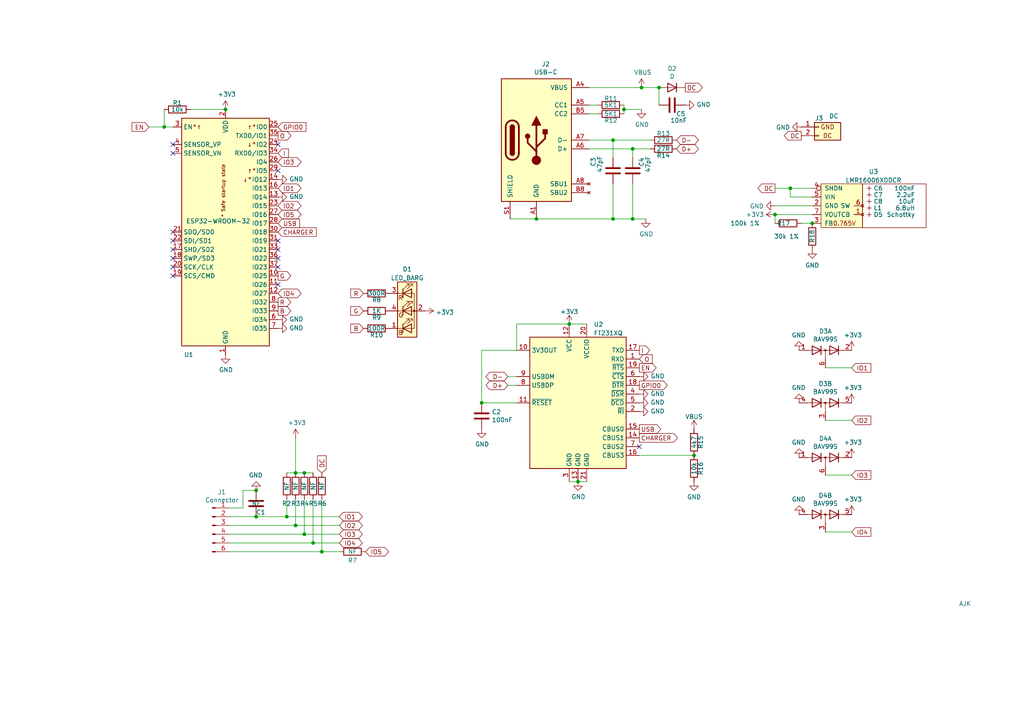
<source format=kicad_sch>
(kicad_sch (version 20241209) (generator "eeschema") (generator_version "9.0")
  (paper "A4")
  (title_block (title "Generic ESP32 module") (date "${DATE}") (rev "6") (comment 1 "@TheRealRevK") (comment 2 "www.me.uk"))
  (lib_symbols
    (symbol "Connector:Conn_01x06_Male" (pin_names (offset 1.016) (hide yes))
      (property "Reference" "J" (at 0 7.62 0))
      (property "Value" "Conn_01x06_Male" (at 0 -10.16 0))
      (symbol "Conn_01x06_Male_1_1"
        (rectangle (start 0.8636 5.207) (end 0 4.953) (stroke (width 0.1524)) (fill (type outline)))
        (rectangle (start 0.8636 2.667) (end 0 2.413) (stroke (width 0.1524)) (fill (type outline)))
        (rectangle (start 0.8636 0.127) (end 0 -0.127) (stroke (width 0.1524)) (fill (type outline)))
        (rectangle (start 0.8636 -2.413) (end 0 -2.667) (stroke (width 0.1524)) (fill (type outline)))
        (rectangle (start 0.8636 -4.953) (end 0 -5.207) (stroke (width 0.1524)) (fill (type outline)))
        (rectangle (start 0.8636 -7.493) (end 0 -7.747) (stroke (width 0.1524)) (fill (type outline)))
        (polyline (pts (xy 1.27 5.08) (xy 0.8636 5.08)) (stroke (width 0.1524)))
        (polyline (pts (xy 1.27 2.54) (xy 0.8636 2.54)) (stroke (width 0.1524)))
        (polyline (pts (xy 1.27 0) (xy 0.8636 0)) (stroke (width 0.1524)))
        (polyline (pts (xy 1.27 -2.54) (xy 0.8636 -2.54)) (stroke (width 0.1524)))
        (polyline (pts (xy 1.27 -5.08) (xy 0.8636 -5.08)) (stroke (width 0.1524)))
        (polyline (pts (xy 1.27 -7.62) (xy 0.8636 -7.62)) (stroke (width 0.1524)))
        (pin passive line (at 5.08 5.08 180) (length 3.81) (name "Pin_1") (number "1"))
        (pin passive line (at 5.08 2.54 180) (length 3.81) (name "Pin_2") (number "2"))
        (pin passive line (at 5.08 0 180) (length 3.81) (name "Pin_3") (number "3"))
        (pin passive line (at 5.08 -2.54 180) (length 3.81) (name "Pin_4") (number "4"))
        (pin passive line (at 5.08 -5.08 180) (length 3.81) (name "Pin_5") (number "5"))
        (pin passive line (at 5.08 -7.62 180) (length 3.81) (name "Pin_6") (number "6"))
      )
    )
    (symbol "Device:C" (pin_numbers (hide yes)) (pin_names (offset 0.254))
      (property "Reference" "C" (at 0.635 2.54 0))
      (property "Value" "C" (at 0.635 -2.54 0))
      (symbol "C_0_1"
        (polyline (pts (xy -2.032 0.762) (xy 2.032 0.762)) (stroke (width 0.508)))
        (polyline (pts (xy -2.032 -0.762) (xy 2.032 -0.762)) (stroke (width 0.508)))
      )
      (symbol "C_1_1"
        (pin passive line (at 0 3.81 270) (length 2.794) (name "~") (number "1"))
        (pin passive line (at 0 -3.81 90) (length 2.794) (name "~") (number "2"))
      )
    )
    (symbol "Device:D" (pin_numbers (hide yes)) (pin_names (offset 1.016) (hide yes))
      (property "Reference" "D" (at 0 2.54 0))
      (property "Value" "D" (at 0 -2.54 0))
      (symbol "D_0_1"
        (polyline (pts (xy -1.27 1.27) (xy -1.27 -1.27)) (stroke (width 0.254)))
        (polyline (pts (xy 1.27 1.27) (xy 1.27 -1.27) (xy -1.27 0) (xy 1.27 1.27)) (stroke (width 0.254)))
        (polyline (pts (xy 1.27 0) (xy -1.27 0)))
      )
      (symbol "D_1_1"
        (pin passive line (at -3.81 0 0) (length 2.54) (name "K") (number "1"))
        (pin passive line (at 3.81 0 180) (length 2.54) (name "A") (number "2"))
      )
    )
    (symbol "Device:LED_BARG" (pin_names (offset 0) (hide yes))
      (property "Reference" "D" (at 0 9.398 0))
      (property "Value" "LED_BARG" (at 0 -8.89 0))
      (symbol "LED_BARG_0_0"
        (text "R" (at -1.905 3.81 0) (effects (font (size 1.27 1.27))))
        (text "G" (at -1.905 -1.27 0) (effects (font (size 1.27 1.27))))
        (text "B" (at -1.905 -6.35 0) (effects (font (size 1.27 1.27))))
      )
      (symbol "LED_BARG_0_1"
        (polyline (pts (xy -1.27 6.35) (xy -1.27 3.81) (xy -1.27 3.81)))
        (polyline (pts (xy -1.27 6.35) (xy -1.27 3.81)) (stroke (width 0.254)))
        (polyline (pts (xy -1.27 5.08) (xy 1.27 5.08)))
        (polyline (pts (xy -1.27 5.08) (xy -2.54 5.08)))
        (polyline (pts (xy -1.27 1.27) (xy -1.27 -1.27)) (stroke (width 0.254)))
        (polyline (pts (xy -1.27 1.27) (xy -1.27 -1.27) (xy -1.27 -1.27)))
        (polyline (pts (xy -1.27 0) (xy -2.54 0)))
        (polyline (pts (xy -1.27 -3.81) (xy -1.27 -6.35)) (stroke (width 0.254)))
        (polyline (pts (xy -1.27 -5.08) (xy -2.54 -5.08)))
        (polyline (pts (xy -1.27 -5.08) (xy 1.27 -5.08)))
        (polyline (pts (xy -1.016 6.35) (xy 0.508 7.874) (xy -0.254 7.874) (xy 0.508 7.874) (xy 0.508 7.112)))
        (polyline (pts (xy -1.016 1.27) (xy 0.508 2.794) (xy -0.254 2.794) (xy 0.508 2.794) (xy 0.508 2.032)))
        (polyline (pts (xy -1.016 -3.81) (xy 0.508 -2.286) (xy -0.254 -2.286) (xy 0.508 -2.286) (xy 0.508 -3.048)))
        (polyline (pts (xy 0 6.35) (xy 1.524 7.874) (xy 0.762 7.874) (xy 1.524 7.874) (xy 1.524 7.112)))
        (polyline (pts (xy 0 1.27) (xy 1.524 2.794) (xy 0.762 2.794) (xy 1.524 2.794) (xy 1.524 2.032)))
        (polyline (pts (xy 0 -3.81) (xy 1.524 -2.286) (xy 0.762 -2.286) (xy 1.524 -2.286) (xy 1.524 -3.048)))
        (polyline (pts (xy 1.27 6.35) (xy 1.27 3.81) (xy -1.27 5.08) (xy 1.27 6.35)) (stroke (width 0.254)))
        (rectangle (start 1.27 6.35) (end 1.27 6.35))
        (rectangle (start 1.27 3.81) (end 1.27 6.35))
        (polyline (pts (xy 1.27 1.27) (xy 1.27 -1.27) (xy -1.27 0) (xy 1.27 1.27)) (stroke (width 0.254)))
        (rectangle (start 1.27 1.27) (end 1.27 1.27))
        (polyline (pts (xy 1.27 0) (xy -1.27 0)))
        (polyline (pts (xy 1.27 0) (xy 2.54 0)))
        (rectangle (start 1.27 -1.27) (end 1.27 1.27))
        (polyline (pts (xy 1.27 -3.81) (xy 1.27 -6.35) (xy -1.27 -5.08) (xy 1.27 -3.81)) (stroke (width 0.254)))
        (polyline (pts (xy 1.27 -5.08) (xy 2.032 -5.08) (xy 2.032 5.08) (xy 1.27 5.08)))
        (circle (center 2.032 0) (radius 0.254) (fill (type outline)))
        (rectangle (start 2.794 8.382) (end -2.794 -7.62) (stroke (width 0.254)) (fill (type background)))
      )
      (symbol "LED_BARG_1_1"
        (pin passive line (at -5.08 5.08 0) (length 2.54) (name "RK") (number "3"))
        (pin passive line (at -5.08 0 0) (length 2.54) (name "GK") (number "4"))
        (pin passive line (at -5.08 -5.08 0) (length 2.54) (name "BK") (number "1"))
        (pin passive line (at 5.08 0 180) (length 2.54) (name "A") (number "2"))
      )
    )
    (symbol "Device:R" (pin_numbers (hide yes)) (pin_names (offset 0))
      (property "Reference" "R" (at 2.032 0 90))
      (property "Value" "R" (at 0 0 90))
      (symbol "R_0_1"
        (rectangle (start -1.016 -2.54) (end 1.016 2.54) (stroke (width 0.254)))
      )
      (symbol "R_1_1"
        (pin passive line (at 0 3.81 270) (length 1.27) (name "~") (number "1"))
        (pin passive line (at 0 -3.81 90) (length 1.27) (name "~") (number "2"))
      )
    )
    (symbol "Diode:BAV99S" (pin_names (offset 0.0254) (hide yes))
      (property "Reference" "D" (at 0 2.54 0))
      (property "Value" "BAV99S" (at 0 5.08 0))
      (symbol "BAV99S_0_1"
        (polyline (pts (xy -5.08 0) (xy 5.08 0)))
        (polyline (pts (xy -3.81 1.27) (xy -1.27 0) (xy -3.81 -1.27) (xy -3.81 1.27) (xy -3.81 1.27) (xy -3.81 1.27)) (stroke (width 0.254)))
        (polyline (pts (xy -1.27 -1.27) (xy -1.27 1.27) (xy -1.27 1.27)) (stroke (width 0.254)))
        (circle (center 0 0) (radius 0.254) (fill (type outline)))
        (polyline (pts (xy 0 0) (xy 0 -2.54)))
        (polyline (pts (xy 1.27 1.27) (xy 3.81 0) (xy 1.27 -1.27) (xy 1.27 1.27) (xy 1.27 1.27) (xy 1.27 1.27)) (stroke (width 0.254)))
        (polyline (pts (xy 3.81 1.27) (xy 3.81 -1.27) (xy 3.81 -1.27)) (stroke (width 0.254)))
      )
      (symbol "BAV99S_1_1"
        (polyline (pts (xy 6.35 0) (xy 7.62 0)))
        (pin passive line (at -7.62 0 0) (length 2.54) (name "A1") (number "1"))
        (pin passive line (at 0 -5.08 90) (length 2.54) (name "K3A4") (number "6"))
        (pin passive line (at 7.62 0 180) (length 2.54) (name "K2") (number "2"))
      )
      (symbol "BAV99S_2_1"
        (polyline (pts (xy 6.35 0) (xy 7.62 0)))
        (pin passive line (at -7.62 0 0) (length 2.54) (name "A3") (number "4"))
        (pin passive line (at 0 -5.08 90) (length 2.54) (name "K1A2") (number "3"))
        (pin passive line (at 7.62 0 180) (length 2.54) (name "K4") (number "5"))
      )
    )
    (symbol "RevK:AJK" (pin_names (offset 1.016)) (in_bom no)
      (property "Value" "AJK" (at 0 0 0))
    )
    (symbol "RevK:ESP32-WROOM-32"
      (property "Reference" "U" (at -12.7 -35.56 0))
      (property "Value" "ESP32-WROOM-32" (at -12.7 2.54 0))
      (symbol "ESP32-WROOM-32_0_0"
        (text "*↑" (at -9.525 30.48 0) (effects (font (size 1.27 1.27)) (justify left)))
        (text "* Safe startup state" (at -0.635 12.065 900) (effects (font (size 1 1))))
        (text "↓*" (at 7.62 15.24 0) (effects (font (size 1.27 1.27)) (justify right)))
        (text "↑*" (at 8.89 30.48 0) (effects (font (size 1.27 1.27)) (justify right)))
        (text "↓*" (at 8.89 25.4 0) (effects (font (size 1.27 1.27)) (justify right)))
        (text "↑*" (at 8.89 17.78 0) (effects (font (size 1.27 1.27)) (justify right)))
      )
      (symbol "ESP32-WROOM-32_0_1"
        (rectangle (start -12.7 33.02) (end 12.7 -33.02) (stroke (width 0.254)) (fill (type background)))
      )
      (symbol "ESP32-WROOM-32_1_1"
        (pin input line (at -15.24 30.48 0) (length 2.54) (name "EN") (number "3"))
        (pin input line (at -15.24 25.4 0) (length 2.54) (name "SENSOR_VP") (number "4"))
        (pin input line (at -15.24 22.86 0) (length 2.54) (name "SENSOR_VN") (number "5"))
        (pin bidirectional line (at -15.24 0 0) (length 2.54) (name "SDO/SD0") (number "21"))
        (pin bidirectional line (at -15.24 -2.54 0) (length 2.54) (name "SDI/SD1") (number "22"))
        (pin bidirectional line (at -15.24 -5.08 0) (length 2.54) (name "SHD/SD2") (number "17"))
        (pin bidirectional line (at -15.24 -7.62 0) (length 2.54) (name "SWP/SD3") (number "18"))
        (pin bidirectional line (at -15.24 -10.16 0) (length 2.54) (name "SCK/CLK") (number "20"))
        (pin bidirectional line (at -15.24 -12.7 0) (length 2.54) (name "SCS/CMD") (number "19"))
        (pin no_connect line (at -12.7 -27.94 0) (length 2.54) (hide yes) (name "NC") (number "32"))
        (pin power_in line (at 0 35.56 270) (length 2.54) (name "VDD") (number "2"))
        (pin power_in line (at 0 -35.56 90) (length 2.54) (name "GND") (number "1"))
        (pin passive line (at 0 -35.56 90) (length 2.54) (hide yes) (name "GND") (number "15"))
        (pin passive line (at 0 -35.56 90) (length 2.54) (hide yes) (name "GND") (number "38"))
        (pin passive line (at 0 -35.56 90) (length 2.54) (hide yes) (name "GND") (number "39"))
        (pin bidirectional line (at 15.24 30.48 180) (length 2.54) (name "IO0") (number "25"))
        (pin bidirectional line (at 15.24 27.94 180) (length 2.54) (name "TXD0/IO1") (number "35"))
        (pin bidirectional line (at 15.24 25.4 180) (length 2.54) (name "IO2") (number "24"))
        (pin bidirectional line (at 15.24 22.86 180) (length 2.54) (name "RXD0/IO3") (number "34"))
        (pin bidirectional line (at 15.24 20.32 180) (length 2.54) (name "IO4") (number "26"))
        (pin bidirectional line (at 15.24 17.78 180) (length 2.54) (name "IO5") (number "29"))
        (pin bidirectional line (at 15.24 15.24 180) (length 2.54) (name "IO12") (number "14"))
        (pin bidirectional line (at 15.24 12.7 180) (length 2.54) (name "IO13") (number "16"))
        (pin bidirectional line (at 15.24 10.16 180) (length 2.54) (name "IO14") (number "13"))
        (pin bidirectional line (at 15.24 7.62 180) (length 2.54) (name "IO15") (number "23"))
        (pin bidirectional line (at 15.24 5.08 180) (length 2.54) (name "IO16") (number "27"))
        (pin bidirectional line (at 15.24 2.54 180) (length 2.54) (name "IO17") (number "28"))
        (pin bidirectional line (at 15.24 0 180) (length 2.54) (name "IO18") (number "30"))
        (pin bidirectional line (at 15.24 -2.54 180) (length 2.54) (name "IO19") (number "31"))
        (pin bidirectional line (at 15.24 -5.08 180) (length 2.54) (name "IO21") (number "33"))
        (pin bidirectional line (at 15.24 -7.62 180) (length 2.54) (name "IO22") (number "36"))
        (pin bidirectional line (at 15.24 -10.16 180) (length 2.54) (name "IO23") (number "37"))
        (pin bidirectional line (at 15.24 -12.7 180) (length 2.54) (name "IO25") (number "10"))
        (pin bidirectional line (at 15.24 -15.24 180) (length 2.54) (name "IO26") (number "11"))
        (pin bidirectional line (at 15.24 -17.78 180) (length 2.54) (name "IO27") (number "12"))
        (pin bidirectional line (at 15.24 -20.32 180) (length 2.54) (name "IO32") (number "8"))
        (pin bidirectional line (at 15.24 -22.86 180) (length 2.54) (name "IO33") (number "9"))
        (pin input line (at 15.24 -25.4 180) (length 2.54) (name "IO34") (number "6"))
        (pin input line (at 15.24 -27.94 180) (length 2.54) (name "IO35") (number "7"))
      )
    )
    (symbol "RevK:FT231XQ"
      (property "Reference" "U" (at -13.97 20.32 0))
      (property "Value" "FT231XQ" (at 6.35 20.32 0))
      (symbol "FT231XQ_0_1"
        (rectangle (start -13.97 19.05) (end 13.97 -19.05) (stroke (width 0.254)) (fill (type background)))
      )
      (symbol "FT231XQ_1_1"
        (pin passive line (at -17.78 15.24 0) (length 3.81) (name "3V3OUT") (number "10"))
        (pin bidirectional line (at -17.78 7.62 0) (length 3.81) (name "USBDM") (number "9"))
        (pin bidirectional line (at -17.78 5.08 0) (length 3.81) (name "USBDP") (number "8"))
        (pin input line (at -17.78 0 0) (length 3.81) (name "~{RESET}") (number "11"))
        (pin power_in line (at -2.54 22.86 270) (length 3.81) (name "VCC") (number "12"))
        (pin power_in line (at -2.54 -22.86 90) (length 3.81) (name "GND") (number "3"))
        (pin power_in line (at 0 -22.86 90) (length 3.81) (name "GND") (number "13"))
        (pin power_in line (at 2.54 22.86 270) (length 3.81) (name "VCCIO") (number "20"))
        (pin power_in line (at 2.54 -22.86 90) (length 3.81) (name "GND") (number "21"))
        (pin output line (at 17.78 15.24 180) (length 3.81) (name "TXD") (number "17"))
        (pin input line (at 17.78 12.7 180) (length 3.81) (name "RXD") (number "1"))
        (pin output line (at 17.78 10.16 180) (length 3.81) (name "~{RTS}") (number "19"))
        (pin input line (at 17.78 7.62 180) (length 3.81) (name "~{CTS}") (number "6"))
        (pin output line (at 17.78 5.08 180) (length 3.81) (name "~{DTR}") (number "18"))
        (pin input line (at 17.78 2.54 180) (length 3.81) (name "~{DSR}") (number "4"))
        (pin input line (at 17.78 0 180) (length 3.81) (name "~{DCD}") (number "5"))
        (pin input line (at 17.78 -2.54 180) (length 3.81) (name "~{RI}") (number "2"))
        (pin bidirectional line (at 17.78 -7.62 180) (length 3.81) (name "CBUS0") (number "15"))
        (pin bidirectional line (at 17.78 -10.16 180) (length 3.81) (name "CBUS1") (number "14"))
        (pin bidirectional line (at 17.78 -12.7 180) (length 3.81) (name "CBUS2") (number "7"))
        (pin bidirectional line (at 17.78 -15.24 180) (length 3.81) (name "CBUS3") (number "16"))
      )
    )
    (symbol "RevK:Hidden" (pin_names (offset 1.016)) (in_bom no)
      (property "Reference" "Z" (at 0.635 0 0))
      (property "Value" "Hidden" (at 4.445 0 0))
      (symbol "Hidden_0_1"
        (polyline (pts (xy -0.635 0) (xy 0.635 0)) (stroke (width 0.1524)))
        (polyline (pts (xy 0 0.635) (xy 0 -0.635)) (stroke (width 0.1524)))
      )
    )
    (symbol "RevK:LMR16006XDDCR" (pin_names (offset 1.016))
      (property "Reference" "U" (at 11.43 2.54 0))
      (property "Value" "LMR16006XDDCR" (at 7.62 -12.7 0))
      (symbol "LMR16006XDDCR_0_0"
        (rectangle (start 2.54 1.27) (end 14.605 -11.43) (fill (type background)))
        (text "0.765V" (at 12.7 -10.16 0) (effects (font (size 1.27 1.27)) (justify right)))
      )
      (symbol "LMR16006XDDCR_0_1"
        (rectangle (start 14.605 1.27) (end 33.02 -11.43))
      )
      (symbol "LMR16006XDDCR_1_1"
        (pin input inverted (at 0 0 0) (length 2.54) (name "SHDN") (number "4"))
        (pin power_in line (at 0 -2.54 0) (length 2.54) (name "VIN") (number "5"))
        (pin power_in line (at 0 -5.08 0) (length 2.54) (name "GND") (number "2"))
        (pin power_out line (at 0 -7.62 0) (length 2.54) (name "VOUT") (number "7"))
        (pin passive line (at 0 -10.16 0) (length 2.54) (name "FB") (number "3"))
        (pin no_connect line (at 14.605 -5.08 180) (length 2.54) (name "SW") (number "6"))
        (pin no_connect line (at 14.605 -7.62 180) (length 2.54) (name "CB") (number "1"))
      )
    )
    (symbol "RevK:PowerIn" (pin_names (offset 1.016) (hide yes))
      (property "Reference" "J" (at 0 2.54 0))
      (property "Value" "PowerIn" (at 2.54 -5.08 0))
      (symbol "PowerIn_0_0"
        (text "GND" (at 2.54 0 0) (effects (font (size 1.27 1.27))))
        (text "DC" (at 2.54 -2.54 0) (effects (font (size 1.27 1.27))))
      )
      (symbol "PowerIn_1_1"
        (rectangle (start -1.27 1.27) (end 6.35 -3.81) (stroke (width 0.254)) (fill (type background)))
        (rectangle (start -1.27 0.127) (end 0 -0.127) (stroke (width 0.1524)))
        (rectangle (start -1.27 -2.413) (end 0 -2.667) (stroke (width 0.1524)))
        (pin passive line (at -5.08 0 0) (length 3.81) (name "GND") (number "1"))
        (pin power_out line (at -5.08 -2.54 0) (length 3.81) (name "DC") (number "2"))
      )
    )
    (symbol "RevK:USB-C" (pin_names (offset 1.016))
      (property "Reference" "J" (at -10.16 19.05 0))
      (property "Value" "USB-C" (at -7.62 15.24 0))
      (symbol "USB-C_0_1"
        (rectangle (start -10.16 17.78) (end 10.16 -17.78) (stroke (width 0.254)) (fill (type background)))
        (polyline (pts (xy -8.89 -3.81) (xy -8.89 3.81)) (stroke (width 0.508)))
        (rectangle (start -7.62 -3.81) (end -6.35 3.81) (stroke (width 0.254)) (fill (type outline)))
        (arc (start -7.62 3.81) (mid -6.985 4.4422) (end -6.35 3.81) (stroke (width 0.254)))
        (arc (start -7.62 3.81) (mid -6.985 4.4422) (end -6.35 3.81) (stroke (width 0.254)) (fill (type outline)))
        (arc (start -8.89 3.81) (mid -6.985 5.7066) (end -5.08 3.81) (stroke (width 0.508)))
        (arc (start -5.08 -3.81) (mid -6.985 -5.7066) (end -8.89 -3.81) (stroke (width 0.508)))
        (arc (start -6.35 -3.81) (mid -6.985 -4.4422) (end -7.62 -3.81) (stroke (width 0.254)))
        (arc (start -6.35 -3.81) (mid -6.985 -4.4422) (end -7.62 -3.81) (stroke (width 0.254)) (fill (type outline)))
        (polyline (pts (xy -5.08 3.81) (xy -5.08 -3.81)) (stroke (width 0.508)))
        (circle (center -2.54 1.143) (radius 0.635) (stroke (width 0.254)) (fill (type outline)))
        (polyline (pts (xy -1.27 4.318) (xy 0 6.858) (xy 1.27 4.318) (xy -1.27 4.318)) (stroke (width 0.254)) (fill (type outline)))
        (polyline (pts (xy 0 -2.032) (xy 2.54 0.508) (xy 2.54 1.778)) (stroke (width 0.508)))
        (polyline (pts (xy 0 -3.302) (xy -2.54 -0.762) (xy -2.54 0.508)) (stroke (width 0.508)))
        (circle (center 0 -5.842) (radius 1.27) (fill (type outline)))
        (polyline (pts (xy 0 -5.842) (xy 0 4.318)) (stroke (width 0.508)))
        (rectangle (start 1.905 1.778) (end 3.175 3.048) (stroke (width 0.254)) (fill (type outline)))
      )
      (symbol "USB-C_1_1"
        (pin passive line (at -7.62 -22.86 90) (length 5.08) (name "SHIELD") (number "S1"))
        (pin power_out line (at 0 -22.86 90) (length 5.08) (name "GND") (number "A1"))
        (pin passive line (at 0 -22.86 90) (length 5.08) (hide yes) (name "GND") (number "A12"))
        (pin passive line (at 0 -22.86 90) (length 5.08) (hide yes) (name "GND") (number "B1"))
        (pin passive line (at 0 -22.86 90) (length 5.08) (hide yes) (name "GND") (number "B12"))
        (pin power_out line (at 15.24 15.24 180) (length 5.08) (name "VBUS") (number "A4"))
        (pin passive line (at 15.24 15.24 180) (length 5.08) (hide yes) (name "VBUS") (number "A9"))
        (pin passive line (at 15.24 15.24 180) (length 5.08) (hide yes) (name "VBUS") (number "B4"))
        (pin passive line (at 15.24 15.24 180) (length 5.08) (hide yes) (name "VBUS") (number "B9"))
        (pin bidirectional line (at 15.24 10.16 180) (length 5.08) (name "CC1") (number "A5"))
        (pin bidirectional line (at 15.24 7.62 180) (length 5.08) (name "CC2") (number "B5"))
        (pin bidirectional line (at 15.24 0 180) (length 5.08) (name "D-") (number "A7"))
        (pin bidirectional line (at 15.24 0 180) (length 5.08) (hide yes) (name "D-") (number "B7"))
        (pin bidirectional line (at 15.24 -2.54 180) (length 5.08) (name "D+") (number "A6"))
        (pin bidirectional line (at 15.24 -2.54 180) (length 5.08) (hide yes) (name "D+") (number "B6"))
        (pin no_connect line (at 15.24 -12.7 180) (length 5.08) (name "SBU1") (number "A8"))
        (pin no_connect line (at 15.24 -15.24 180) (length 5.08) (name "SBU2") (number "B8"))
      )
    )
    (symbol "power:+3.3V" (power) (pin_numbers (hide yes)) (pin_names (offset 0) (hide yes))
      (property "Value" "+3.3V" (at 0 3.556 0))
      (symbol "+3.3V_0_1"
        (polyline (pts (xy -0.762 1.27) (xy 0 2.54)))
        (polyline (pts (xy 0 2.54) (xy 0.762 1.27)))
        (polyline (pts (xy 0 0) (xy 0 2.54)))
      )
      (symbol "+3.3V_1_1"
        (pin power_in line (at 0 0 90) (length 0) (name "~") (number "1"))
      )
    )
    (symbol "power:GND" (power) (pin_numbers (hide yes)) (pin_names (offset 0) (hide yes))
      (property "Value" "GND" (at 0 -3.81 0))
      (symbol "GND_0_1"
        (polyline (pts (xy 0 0) (xy 0 -1.27) (xy 1.27 -1.27) (xy 0 -2.54) (xy -1.27 -1.27) (xy 0 -1.27)))
      )
      (symbol "GND_1_1"
        (pin power_in line (at 0 0 270) (length 0) (name "~") (number "1"))
      )
    )
    (symbol "power:VBUS" (power) (pin_numbers (hide yes)) (pin_names (offset 0) (hide yes))
      (property "Value" "VBUS" (at 0 3.556 0))
      (symbol "VBUS_0_1"
        (polyline (pts (xy -0.762 1.27) (xy 0 2.54)))
        (polyline (pts (xy 0 2.54) (xy 0.762 1.27)))
        (polyline (pts (xy 0 0) (xy 0 2.54)))
      )
      (symbol "VBUS_1_1"
        (pin power_in line (at 0 0 90) (length 0) (name "~") (number "1"))
      )
    )
  )
  (junction (at 183.515 43.18))
  (junction (at 165.1 93.98))
  (junction (at 47.625 36.83))
  (junction (at 183.515 63.5))
  (junction (at 85.725 152.4))
  (junction (at 90.805 157.48))
  (junction (at 88.265 137.16))
  (junction (at 224.79 62.23))
  (junction (at 65.405 31.75))
  (junction (at 93.345 160.02))
  (junction (at 74.295 142.24))
  (junction (at 74.295 149.86))
  (junction (at 235.585 64.77))
  (junction (at 83.185 149.86))
  (junction (at 155.575 63.5))
  (junction (at 167.64 139.7))
  (junction (at 139.7 116.84))
  (junction (at 201.295 132.08))
  (junction (at 177.8 63.5))
  (junction (at 186.055 25.4))
  (junction (at 177.8 40.64))
  (junction (at 180.975 31.75))
  (junction (at 88.265 154.94))
  (junction (at 191.135 25.4))
  (junction (at 229.235 54.61))
  (junction (at 85.725 137.16))
  (no_connect (at 80.645 74.93))
  (no_connect (at 80.645 82.55))
  (no_connect (at 50.165 80.01))
  (no_connect (at 50.165 74.93))
  (no_connect (at 80.645 49.53))
  (no_connect (at 80.645 41.91))
  (no_connect (at 50.165 69.85))
  (no_connect (at 50.165 67.31))
  (no_connect (at 50.165 44.45))
  (no_connect (at 80.645 72.39))
  (no_connect (at 80.645 69.85))
  (no_connect (at 50.165 72.39))
  (no_connect (at 185.42 129.54))
  (no_connect (at 80.645 77.47))
  (no_connect (at 50.165 77.47))
  (no_connect (at 50.165 41.91))
  (wire (pts (xy 90.805 137.16) (xy 88.265 137.16)))
  (wire (pts (xy 183.515 43.18) (xy 188.595 43.18)))
  (wire (pts (xy 177.8 53.34) (xy 177.8 63.5)))
  (wire (pts (xy 139.7 116.84) (xy 149.86 116.84)))
  (wire (pts (xy 180.975 31.75) (xy 180.975 33.02)))
  (wire (pts (xy 66.675 147.32) (xy 70.485 147.32)))
  (wire (pts (xy 186.055 25.4) (xy 191.135 25.4)))
  (wire (pts (xy 183.515 63.5) (xy 187.325 63.5)))
  (wire (pts (xy 85.725 137.16) (xy 85.725 127)))
  (wire (pts (xy 170.815 40.64) (xy 177.8 40.64)))
  (wire (pts (xy 191.135 25.4) (xy 191.135 30.48)))
  (wire (pts (xy 229.235 57.15) (xy 235.585 57.15)))
  (wire (pts (xy 139.7 116.84) (xy 139.7 101.6)))
  (wire (pts (xy 185.42 132.08) (xy 201.295 132.08)))
  (wire (pts (xy 239.395 106.68) (xy 247.015 106.68)))
  (wire (pts (xy 83.185 137.16) (xy 85.725 137.16)))
  (wire (pts (xy 239.395 137.795) (xy 247.015 137.795)))
  (wire (pts (xy 183.515 43.18) (xy 183.515 45.72)))
  (wire (pts (xy 149.86 101.6) (xy 149.86 93.98)))
  (wire (pts (xy 70.485 147.32) (xy 70.485 142.24)))
  (wire (pts (xy 149.86 93.98) (xy 165.1 93.98)))
  (wire (pts (xy 147.955 63.5) (xy 155.575 63.5)))
  (wire (pts (xy 88.265 144.78) (xy 88.265 154.94)))
  (wire (pts (xy 66.675 160.02) (xy 93.345 160.02)))
  (wire (pts (xy 66.675 152.4) (xy 85.725 152.4)))
  (wire (pts (xy 177.8 63.5) (xy 183.515 63.5)))
  (wire (pts (xy 186.055 31.75) (xy 180.975 31.75)))
  (wire (pts (xy 224.79 62.23) (xy 224.79 64.77)))
  (wire (pts (xy 167.64 139.7) (xy 170.18 139.7)))
  (wire (pts (xy 149.86 109.22) (xy 147.32 109.22)))
  (wire (pts (xy 155.575 63.5) (xy 177.8 63.5)))
  (wire (pts (xy 232.41 64.77) (xy 235.585 64.77)))
  (wire (pts (xy 239.395 154.305) (xy 247.015 154.305)))
  (wire (pts (xy 66.675 157.48) (xy 90.805 157.48)))
  (wire (pts (xy 224.79 54.61) (xy 229.235 54.61)))
  (wire (pts (xy 90.805 157.48) (xy 98.425 157.48)))
  (wire (pts (xy 180.975 30.48) (xy 180.975 31.75)))
  (wire (pts (xy 229.235 54.61) (xy 235.585 54.61)))
  (wire (pts (xy 229.235 54.61) (xy 229.235 57.15)))
  (wire (pts (xy 90.805 144.78) (xy 90.805 157.48)))
  (wire (pts (xy 47.625 31.75) (xy 47.625 36.83)))
  (wire (pts (xy 85.725 144.78) (xy 85.725 152.4)))
  (wire (pts (xy 224.79 59.69) (xy 235.585 59.69)))
  (wire (pts (xy 224.79 62.23) (xy 235.585 62.23)))
  (wire (pts (xy 170.815 30.48) (xy 173.355 30.48)))
  (wire (pts (xy 88.265 154.94) (xy 98.425 154.94)))
  (wire (pts (xy 170.815 33.02) (xy 173.355 33.02)))
  (wire (pts (xy 170.815 43.18) (xy 183.515 43.18)))
  (wire (pts (xy 66.675 149.86) (xy 74.295 149.86)))
  (wire (pts (xy 85.725 152.4) (xy 98.425 152.4)))
  (wire (pts (xy 147.32 111.76) (xy 149.86 111.76)))
  (wire (pts (xy 55.245 31.75) (xy 65.405 31.75)))
  (wire (pts (xy 43.18 36.83) (xy 47.625 36.83)))
  (wire (pts (xy 83.185 144.78) (xy 83.185 149.86)))
  (wire (pts (xy 70.485 142.24) (xy 74.295 142.24)))
  (wire (pts (xy 165.1 93.98) (xy 170.18 93.98)))
  (wire (pts (xy 74.295 149.86) (xy 83.185 149.86)))
  (wire (pts (xy 88.265 137.16) (xy 85.725 137.16)))
  (wire (pts (xy 183.515 53.34) (xy 183.515 63.5)))
  (wire (pts (xy 139.7 101.6) (xy 149.86 101.6)))
  (wire (pts (xy 66.675 154.94) (xy 88.265 154.94)))
  (wire (pts (xy 93.345 144.78) (xy 93.345 160.02)))
  (wire (pts (xy 165.1 139.7) (xy 167.64 139.7)))
  (wire (pts (xy 170.815 25.4) (xy 186.055 25.4)))
  (wire (pts (xy 47.625 36.83) (xy 50.165 36.83)))
  (wire (pts (xy 93.345 160.02) (xy 98.425 160.02)))
  (wire (pts (xy 239.395 121.92) (xy 247.015 121.92)))
  (wire (pts (xy 83.185 149.86) (xy 98.425 149.86)))
  (wire (pts (xy 177.8 40.64) (xy 177.8 45.72)))
  (wire (pts (xy 177.8 40.64) (xy 188.595 40.64)))
  (global_label "D-" (shape bidirectional) (at 147.32 109.22 180) (property "Intersheetrefs" "${INTERSHEET_REFS}" (effects (hide yes))))
  (global_label "R" (shape input) (at 105.41 85.09 180) (property "Intersheetrefs" "${INTERSHEET_REFS}" (effects (hide yes))))
  (global_label "CHARGER" (shape output) (at 185.42 127 0) (property "Intersheetrefs" "${INTERSHEET_REFS}" (effects (hide yes))))
  (global_label "CHARGER" (shape input) (at 80.645 67.31 0) (property "Intersheetrefs" "${INTERSHEET_REFS}" (effects (hide yes))))
  (global_label "G" (shape input) (at 105.41 90.17 180) (property "Intersheetrefs" "${INTERSHEET_REFS}" (effects (hide yes))))
  (global_label "IO3" (shape bidirectional) (at 80.645 46.99 0) (property "Intersheetrefs" "${INTERSHEET_REFS}" (effects (hide yes))))
  (global_label "IO1" (shape bidirectional) (at 98.425 149.86 0) (property "Intersheetrefs" "${INTERSHEET_REFS}" (effects (hide yes))))
  (global_label "USB" (shape output) (at 185.42 124.46 0) (property "Intersheetrefs" "${INTERSHEET_REFS}" (effects (hide yes))))
  (global_label "IO4" (shape bidirectional) (at 98.425 157.48 0) (property "Intersheetrefs" "${INTERSHEET_REFS}" (effects (hide yes))))
  (global_label "IO5" (shape bidirectional) (at 80.645 62.23 0) (property "Intersheetrefs" "${INTERSHEET_REFS}" (effects (hide yes))))
  (global_label "IO1" (shape bidirectional) (at 80.645 54.61 0) (property "Intersheetrefs" "${INTERSHEET_REFS}" (effects (hide yes))))
  (global_label "DC" (shape input) (at 93.345 137.16 90) (property "Intersheetrefs" "${INTERSHEET_REFS}" (effects (hide yes))))
  (global_label "O" (shape output) (at 80.645 39.37 0) (property "Intersheetrefs" "${INTERSHEET_REFS}" (effects (hide yes))))
  (global_label "IO3" (shape bidirectional) (at 98.425 154.94 0) (property "Intersheetrefs" "${INTERSHEET_REFS}" (effects (hide yes))))
  (global_label "D+" (shape bidirectional) (at 196.215 43.18 0) (property "Intersheetrefs" "${INTERSHEET_REFS}" (effects (hide yes))))
  (global_label "EN" (shape input) (at 43.18 36.83 180) (property "Intersheetrefs" "${INTERSHEET_REFS}" (effects (hide yes))))
  (global_label "IO4" (shape input) (at 247.015 154.305 0) (property "Intersheetrefs" "${INTERSHEET_REFS}" (effects (hide yes))))
  (global_label "G" (shape output) (at 80.645 80.01 0) (property "Intersheetrefs" "${INTERSHEET_REFS}" (effects (hide yes))))
  (global_label "IO3" (shape input) (at 247.015 137.795 0) (property "Intersheetrefs" "${INTERSHEET_REFS}" (effects (hide yes))))
  (global_label "D+" (shape bidirectional) (at 147.32 111.76 180) (property "Intersheetrefs" "${INTERSHEET_REFS}" (effects (hide yes))))
  (global_label "IO2" (shape bidirectional) (at 80.645 59.69 0) (property "Intersheetrefs" "${INTERSHEET_REFS}" (effects (hide yes))))
  (global_label "I" (shape input) (at 80.645 44.45 0) (property "Intersheetrefs" "${INTERSHEET_REFS}" (effects (hide yes))))
  (global_label "DC" (shape output) (at 232.41 39.37 180) (property "Intersheetrefs" "${INTERSHEET_REFS}" (effects (hide yes))))
  (global_label "D-" (shape bidirectional) (at 196.215 40.64 0) (property "Intersheetrefs" "${INTERSHEET_REFS}" (effects (hide yes))))
  (global_label "IO4" (shape bidirectional) (at 80.645 85.09 0) (property "Intersheetrefs" "${INTERSHEET_REFS}" (effects (hide yes))))
  (global_label "GPIO0" (shape output) (at 185.42 111.76 0) (property "Intersheetrefs" "${INTERSHEET_REFS}" (effects (hide yes))))
  (global_label "IO2" (shape input) (at 247.015 121.92 0) (property "Intersheetrefs" "${INTERSHEET_REFS}" (effects (hide yes))))
  (global_label "IO1" (shape input) (at 247.015 106.68 0) (property "Intersheetrefs" "${INTERSHEET_REFS}" (effects (hide yes))))
  (global_label "USB" (shape input) (at 80.645 64.77 0) (property "Intersheetrefs" "${INTERSHEET_REFS}" (effects (hide yes))))
  (global_label "R" (shape output) (at 80.645 87.63 0) (property "Intersheetrefs" "${INTERSHEET_REFS}" (effects (hide yes))))
  (global_label "IO2" (shape bidirectional) (at 98.425 152.4 0) (property "Intersheetrefs" "${INTERSHEET_REFS}" (effects (hide yes))))
  (global_label "EN" (shape output) (at 185.42 106.68 0) (property "Intersheetrefs" "${INTERSHEET_REFS}" (effects (hide yes))))
  (global_label "DC" (shape output) (at 198.755 25.4 0) (property "Intersheetrefs" "${INTERSHEET_REFS}" (effects (hide yes))))
  (global_label "B" (shape input) (at 105.41 95.25 180) (property "Intersheetrefs" "${INTERSHEET_REFS}" (effects (hide yes))))
  (global_label "I" (shape output) (at 185.42 101.6 0) (property "Intersheetrefs" "${INTERSHEET_REFS}" (effects (hide yes))))
  (global_label "B" (shape output) (at 80.645 90.17 0) (property "Intersheetrefs" "${INTERSHEET_REFS}" (effects (hide yes))))
  (global_label "DC" (shape output) (at 224.79 54.61 180) (property "Intersheetrefs" "${INTERSHEET_REFS}" (effects (hide yes))))
  (global_label "O" (shape input) (at 185.42 104.14 0) (property "Intersheetrefs" "${INTERSHEET_REFS}" (effects (hide yes))))
  (global_label "IO5" (shape bidirectional) (at 106.045 160.02 0) (property "Intersheetrefs" "${INTERSHEET_REFS}" (effects (hide yes))))
  (global_label "GPIO0" (shape input) (at 80.645 36.83 0) (property "Intersheetrefs" "${INTERSHEET_REFS}" (effects (hide yes))))
  (symbol (lib_id "Device:R") (at 177.165 30.48 90) (unit 1)
    (property "Reference" "R11" (at 177.165 28.575 90))
    (property "Value" "5K1" (at 177.165 30.48 90))
  )
  (symbol (lib_id "Device:R") (at 83.185 140.97 0) (unit 1) (in_bom no)
    (property "Reference" "R2" (at 84.455 146.05 0) (effects (justify right)))
    (property "Value" "NF" (at 83.185 139.7 90) (effects (justify right)))
  )
  (symbol (lib_id "Device:R") (at 85.725 140.97 0) (unit 1) (in_bom no)
    (property "Reference" "R3" (at 84.455 146.05 0) (effects (justify left)))
    (property "Value" "NF" (at 85.725 142.24 90) (effects (justify left)))
  )
  (symbol (lib_id "Device:R") (at 88.265 140.97 0) (unit 1) (in_bom no)
    (property "Reference" "R4" (at 86.995 146.05 0) (effects (justify left)))
    (property "Value" "NF" (at 88.265 142.24 90) (effects (justify left)))
  )
  (symbol (lib_id "power:VBUS") (at 186.055 25.4 0) (unit 1)
    (property "Reference" "#PWR017" (effects (hide yes)))
    (property "Value" "VBUS" (at 186.436 21.0058 0))
  )
  (symbol (lib_id "power:+3.3V") (at 65.405 31.75 0) (unit 1)
    (property "Reference" "#PWR01" (effects (hide yes)))
    (property "Value" "+3V3" (at 65.786 27.3558 0))
  )
  (symbol (lib_id "power:GND") (at 186.055 31.75 0) (unit 1)
    (property "Reference" "#PWR018" (effects (hide yes)))
    (property "Value" "GND" (at 186.182 36.1442 0))
  )
  (symbol (lib_id "power:GND") (at 187.325 63.5 0) (unit 1)
    (property "Reference" "#PWR019" (effects (hide yes)))
    (property "Value" "GND" (at 187.452 67.8942 0))
  )
  (symbol (lib_id "Device:R") (at 177.165 33.02 270) (unit 1)
    (property "Reference" "R12" (at 177.165 34.925 90))
    (property "Value" "5K1" (at 177.165 33.02 90))
  )
  (symbol (lib_id "power:+3.3V") (at 85.725 127 0) (unit 1)
    (property "Reference" "#PWR08" (effects (hide yes)))
    (property "Value" "+3V3" (at 86.106 122.6058 0))
  )
  (symbol (lib_id "power:GND") (at 185.42 109.22 90) (unit 1)
    (property "Reference" "#PWR013" (effects (hide yes)))
    (property "Value" "GND" (at 188.6712 109.093 90) (effects (justify right)))
  )
  (symbol (lib_id "power:GND") (at 185.42 114.3 90) (unit 1)
    (property "Reference" "#PWR014" (effects (hide yes)))
    (property "Value" "GND" (at 188.6712 114.173 90) (effects (justify right)))
  )
  (symbol (lib_id "power:GND") (at 185.42 116.84 90) (unit 1)
    (property "Reference" "#PWR015" (effects (hide yes)))
    (property "Value" "GND" (at 188.6712 116.713 90) (effects (justify right)))
  )
  (symbol (lib_id "power:GND") (at 185.42 119.38 90) (unit 1)
    (property "Reference" "#PWR016" (effects (hide yes)))
    (property "Value" "GND" (at 188.6712 119.253 90) (effects (justify right)))
  )
  (symbol (lib_id "power:GND") (at 167.64 139.7 0) (unit 1)
    (property "Reference" "#PWR012" (effects (hide yes)))
    (property "Value" "GND" (at 167.767 144.0942 0))
  )
  (symbol (lib_id "power:GND") (at 80.645 57.15 90) (unit 1)
    (property "Reference" "#PWR05" (effects (hide yes)))
    (property "Value" "GND" (at 83.8962 57.023 90) (effects (justify right)))
  )
  (symbol (lib_id "power:GND") (at 80.645 52.07 90) (unit 1)
    (property "Reference" "#PWR04" (effects (hide yes)))
    (property "Value" "GND" (at 83.8962 51.943 90) (effects (justify right)))
  )
  (symbol (lib_id "power:GND") (at 65.405 102.87 0) (unit 1)
    (property "Reference" "#PWR02" (effects (hide yes)))
    (property "Value" "GND" (at 65.532 107.2642 0))
  )
  (symbol (lib_id "power:GND") (at 80.645 95.25 90) (unit 1)
    (property "Reference" "#PWR07" (effects (hide yes)))
    (property "Value" "GND" (at 83.8962 95.123 90) (effects (justify right)))
  )
  (symbol (lib_id "power:GND") (at 80.645 92.71 90) (unit 1)
    (property "Reference" "#PWR06" (effects (hide yes)))
    (property "Value" "GND" (at 83.8962 92.583 90) (effects (justify right)))
  )
  (symbol (lib_id "Device:C") (at 139.7 120.65 0) (unit 1)
    (property "Reference" "C2" (at 142.621 119.4816 0) (effects (justify left)))
    (property "Value" "100nF" (at 142.621 121.793 0) (effects (justify left)))
  )
  (symbol (lib_id "power:GND") (at 139.7 124.46 0) (unit 1)
    (property "Reference" "#PWR010" (effects (hide yes)))
    (property "Value" "GND" (at 139.827 128.8542 0))
  )
  (symbol (lib_id "Diode:BAV99S") (at 239.395 101.6 0) (unit 1)
    (property "Reference" "D3" (at 239.395 96.0882 0))
    (property "Value" "BAV99S" (at 239.395 98.3996 0))
    (property "Footprint" "Package_TO_SOT_SMD:SOT-363_SC-70-6" (effects (hide yes)))
    (property "Datasheet" "https://assets.nexperia.com/documents/data-sheet/BAV99_SER.pdf" (effects (hide yes)))
  )
  (symbol (lib_id "power:+3.3V") (at 247.015 101.6 0) (unit 1)
    (property "Reference" "#PWR030" (effects (hide yes)))
    (property "Value" "+3V3" (at 247.396 97.2058 0))
  )
  (symbol (lib_id "power:GND") (at 231.775 101.6 180) (unit 1)
    (property "Reference" "#PWR025" (effects (hide yes)))
    (property "Value" "GND" (at 231.648 97.2058 0))
  )
  (symbol (lib_id "Device:D") (at 194.945 25.4 180) (unit 1)
    (property "Reference" "D2" (at 194.945 19.8882 0))
    (property "Value" "D" (at 194.945 22.1996 0))
    (property "Sim.Device" "D" (effects (hide yes)))
    (property "Sim.Pins" "1=K 2=A" (effects (hide yes)))
  )
  (symbol (lib_id "Device:C") (at 194.945 30.48 270) (unit 1)
    (property "Reference" "C5" (at 197.485 33.02 90))
    (property "Value" "10nF" (at 196.85 34.925 90))
  )
  (symbol (lib_id "power:GND") (at 198.755 30.48 90) (unit 1)
    (property "Reference" "#PWR020" (effects (hide yes)))
    (property "Value" "GND" (at 202.0062 30.353 90) (effects (justify right)))
  )
  (symbol (lib_id "Device:C") (at 177.8 49.53 0) (unit 1)
    (property "Reference" "C3" (at 172.085 46.99 90))
    (property "Value" "47pF" (at 173.99 47.625 90))
  )
  (symbol (lib_id "Device:C") (at 183.515 49.53 0) (unit 1)
    (property "Reference" "C4" (at 186.055 46.99 90))
    (property "Value" "47pF" (at 187.96 47.625 90))
  )
  (symbol (lib_id "RevK:USB-C") (at 155.575 40.64 0) (unit 1)
    (property "Reference" "J2" (at 158.2928 18.6182 0))
    (property "Value" "USB-C" (at 158.2928 20.9296 0))
    (property "Footprint" "RevK:USC16-TR" (effects (hide yes)))
    (property "Datasheet" "https://www.usb.org/sites/default/files/documents/usb_type-c.zip" (effects (hide yes)))
    (property "Manufacturer" "Valcon" (effects (hide yes)))
    (property "Part No" "CSP-USC16-TR" (effects (hide yes)))
    (property "Order URL" "https://www.toby.co.uk/signal-to-board-connectors/usb-connectors/csp-usc16-tr-valcon-usb-type-c-surface-mount-pcb-socket/" (effects (hide yes)))
  )
  (symbol (lib_id "Device:R") (at 90.805 140.97 0) (unit 1) (in_bom no)
    (property "Reference" "R5" (at 89.535 146.05 0) (effects (justify left)))
    (property "Value" "NF" (at 90.805 142.24 90) (effects (justify left)))
  )
  (symbol (lib_id "Device:R") (at 93.345 140.97 0) (unit 1) (in_bom no)
    (property "Reference" "R6" (at 92.075 146.05 0) (effects (justify left)))
    (property "Value" "NF" (at 93.345 142.24 90) (effects (justify left)))
  )
  (symbol (lib_id "Connector:Conn_01x06_Male") (at 61.595 152.4 0) (unit 1)
    (property "Reference" "J1" (at 64.3382 142.7226 0))
    (property "Value" "Connector" (at 64.3382 145.034 0))
    (property "Footprint" "RevK:PTSM-HH-6-RA" (effects (hide yes)))
  )
  (symbol (lib_id "power:GND") (at 74.295 142.24 180) (unit 1)
    (property "Reference" "#PWR03" (effects (hide yes)))
    (property "Value" "GND" (at 74.168 137.8458 0))
  )
  (symbol (lib_id "Device:R") (at 102.235 160.02 270) (unit 1) (in_bom no)
    (property "Reference" "R7" (at 102.235 162.56 90))
    (property "Value" "NF" (at 102.235 160.02 90))
  )
  (symbol (lib_id "Device:C") (at 74.295 146.05 0) (unit 1) (in_bom no)
    (property "Reference" "C1" (at 74.295 148.59 0) (effects (justify left)))
    (property "Value" "NF" (at 73.025 146.05 0) (effects (justify left)))
  )
  (symbol (lib_id "Diode:BAV99S") (at 239.395 116.84 0) (unit 2)
    (property "Reference" "D3" (at 239.395 111.3282 0))
    (property "Value" "BAV99S" (at 239.395 113.6396 0))
    (property "Footprint" "Package_TO_SOT_SMD:SOT-363_SC-70-6" (effects (hide yes)))
    (property "Datasheet" "https://assets.nexperia.com/documents/data-sheet/BAV99_SER.pdf" (effects (hide yes)))
  )
  (symbol (lib_id "power:+3.3V") (at 247.015 116.84 0) (unit 1)
    (property "Reference" "#PWR031" (effects (hide yes)))
    (property "Value" "+3V3" (at 247.396 112.4458 0))
  )
  (symbol (lib_id "power:GND") (at 231.775 116.84 180) (unit 1)
    (property "Reference" "#PWR026" (effects (hide yes)))
    (property "Value" "GND" (at 231.648 112.4458 0))
  )
  (symbol (lib_id "Diode:BAV99S") (at 239.395 132.715 0) (unit 1)
    (property "Reference" "D4" (at 239.395 127.2032 0))
    (property "Value" "BAV99S" (at 239.395 129.5146 0))
    (property "Footprint" "Package_TO_SOT_SMD:SOT-363_SC-70-6" (effects (hide yes)))
    (property "Datasheet" "https://assets.nexperia.com/documents/data-sheet/BAV99_SER.pdf" (effects (hide yes)))
  )
  (symbol (lib_id "power:+3.3V") (at 247.015 132.715 0) (unit 1)
    (property "Reference" "#PWR032" (effects (hide yes)))
    (property "Value" "+3V3" (at 247.396 128.3208 0))
  )
  (symbol (lib_id "power:GND") (at 231.775 132.715 180) (unit 1)
    (property "Reference" "#PWR027" (effects (hide yes)))
    (property "Value" "GND" (at 231.648 128.3208 0))
  )
  (symbol (lib_id "Diode:BAV99S") (at 239.395 149.225 0) (unit 2)
    (property "Reference" "D4" (at 239.395 143.7132 0))
    (property "Value" "BAV99S" (at 239.395 146.0246 0))
    (property "Footprint" "Package_TO_SOT_SMD:SOT-363_SC-70-6" (effects (hide yes)))
    (property "Datasheet" "https://assets.nexperia.com/documents/data-sheet/BAV99_SER.pdf" (effects (hide yes)))
  )
  (symbol (lib_id "power:+3.3V") (at 247.015 149.225 0) (unit 1)
    (property "Reference" "#PWR033" (effects (hide yes)))
    (property "Value" "+3V3" (at 247.396 144.8308 0))
  )
  (symbol (lib_id "power:GND") (at 231.775 149.225 180) (unit 1)
    (property "Reference" "#PWR028" (effects (hide yes)))
    (property "Value" "GND" (at 231.648 144.8308 0))
  )
  (symbol (lib_id "Device:R") (at 192.405 40.64 90) (unit 1)
    (property "Reference" "R13" (at 192.405 38.735 90))
    (property "Value" "27R" (at 192.405 40.64 90))
  )
  (symbol (lib_id "Device:R") (at 192.405 43.18 270) (unit 1)
    (property "Reference" "R14" (at 192.405 45.085 90))
    (property "Value" "27R" (at 192.405 43.18 90))
  )
  (symbol (lib_id "power:VBUS") (at 201.295 124.46 0) (unit 1)
    (property "Reference" "#PWR021" (effects (hide yes)))
    (property "Value" "VBUS" (at 201.295 120.8842 0))
  )
  (symbol (lib_id "RevK:FT231XQ") (at 167.64 116.84 0) (unit 1)
    (property "Reference" "U2" (at 172.1994 94.0902 0) (effects (justify left)))
    (property "Value" "FT231XQ" (at 172.1994 96.6271 0) (effects (justify left)))
    (property "Footprint" "RevK:QFN-20-1EP_4x4mm_P0.5mm_EP2.5x2.5mm" (effects (hide yes)))
    (property "Datasheet" "https://www.ftdichip.com/Support/Documents/DataSheets/ICs/DS_FT231X.pdf" (effects (hide yes)))
    (property "MPN" "C132159" (effects (hide yes)))
  )
  (symbol (lib_id "power:GND") (at 235.585 72.39 0) (unit 1)
    (property "Reference" "#PWR0101" (effects (hide yes)))
    (property "Value" "GND" (at 235.585 76.9525 0))
  )
  (symbol (lib_id "Device:R") (at 51.435 31.75 90) (unit 1)
    (property "Reference" "R1" (at 51.435 29.845 90))
    (property "Value" "10k" (at 51.435 31.75 90))
  )
  (symbol (lib_id "RevK:PowerIn") (at 237.49 36.83 0) (unit 1) (in_bom no)
    (property "Reference" "J3" (at 238.76 34.29 0) (effects (justify right)))
    (property "Value" "DC" (at 243.205 33.655 0) (effects (justify right)))
  )
  (symbol (lib_id "Device:R") (at 109.22 90.17 270) (unit 1)
    (property "Reference" "R9" (at 109.22 92.075 90))
    (property "Value" "1K" (at 109.22 90.17 90))
  )
  (symbol (lib_id "power:+3.3V") (at 224.79 62.23 90) (unit 1)
    (property "Reference" "#PWR0103" (effects (hide yes)))
    (property "Value" "+3V3" (at 221.615 62.23 90) (effects (justify left)))
  )
  (symbol (lib_id "power:GND") (at 201.295 139.7 0) (unit 1)
    (property "Reference" "#PWR022" (effects (hide yes)))
    (property "Value" "GND" (at 201.295 144.1434 0))
  )
  (symbol (lib_id "power:GND") (at 224.79 59.69 270) (unit 1)
    (property "Reference" "#PWR0102" (effects (hide yes)))
    (property "Value" "GND" (at 221.5388 59.817 90) (effects (justify right)))
  )
  (symbol (lib_id "Device:R") (at 235.585 68.58 180) (unit 1)
    (property "Reference" "R18" (at 235.585 70.485 90) (effects (justify right)))
    (property "Value" "30k 1%" (at 231.775 68.58 0) (effects (justify left)))
  )
  (symbol (lib_id "Device:R") (at 109.22 85.09 270) (unit 1)
    (property "Reference" "R8" (at 109.22 86.995 90))
    (property "Value" "300R" (at 109.22 85.09 90))
  )
  (symbol (lib_id "power:GND") (at 232.41 36.83 270) (unit 1)
    (property "Reference" "#PWR0104" (effects (hide yes)))
    (property "Value" "GND" (at 229.1588 36.957 90) (effects (justify right)))
  )
  (symbol (lib_id "RevK:AJK") (at 277.495 174.625 0) (unit 1) (in_bom no)
    (property "Reference" "Logo1" (effects (hide yes)))
    (property "Value" "AJK" (at 278.13 175.104 0) (effects (justify left)))
    (property "Footprint" "RevK:AJK" (effects (hide yes)))
    (property "Note" "Non part, PCB printed" (effects (hide yes)))
  )
  (symbol (lib_id "RevK:Hidden") (at 252.095 58.42 0) (unit 1)
    (property "Reference" "C8" (at 253.365 58.42 0) (effects (justify left)))
    (property "Value" "10uF" (at 265.43 58.42 0) (effects (justify right)))
  )
  (symbol (lib_id "RevK:LMR16006XDDCR") (at 235.585 54.61 0) (unit 1)
    (property "Reference" "U3" (at 253.365 49.7672 0))
    (property "Value" "LMR16006XDDCR" (at 253.365 52.3041 0))
    (property "Footprint" "RevK:SOT-23-Thin-6-Reg" (effects (hide yes)))
    (property "Manufacturer" "TI" (effects (hide yes)))
    (property "Part No" "LMR16006XDDCR" (effects (hide yes)))
    (property "MPN" "C87080" (effects (hide yes)))
  )
  (symbol (lib_id "RevK:Hidden") (at 252.095 62.23 0) (unit 1)
    (property "Reference" "D5" (at 253.365 62.23 0) (effects (justify left)))
    (property "Value" "Schottky" (at 265.43 62.23 0) (effects (justify right)))
  )
  (symbol (lib_id "RevK:Hidden") (at 252.095 60.325 0) (unit 1)
    (property "Reference" "L1" (at 253.365 60.325 0) (effects (justify left)))
    (property "Value" "6.8uH" (at 265.43 60.325 0) (effects (justify right)))
  )
  (symbol (lib_id "Device:R") (at 201.295 128.27 0) (unit 1)
    (property "Reference" "R15" (at 203.2 128.27 90))
    (property "Value" "4k7" (at 201.295 128.27 90))
  )
  (symbol (lib_id "Device:R") (at 109.22 95.25 270) (unit 1)
    (property "Reference" "R10" (at 109.22 97.155 90))
    (property "Value" "100R" (at 109.22 95.25 90))
  )
  (symbol (lib_id "Device:LED_BARG") (at 118.11 90.17 0) (unit 1)
    (property "Reference" "D1" (at 118.11 78.0882 0))
    (property "Value" "LED_BARG" (at 118.11 80.6251 0))
  )
  (symbol (lib_id "Device:R") (at 201.295 135.89 0) (unit 1)
    (property "Reference" "R16" (at 203.2 135.89 90))
    (property "Value" "10k" (at 201.295 135.89 90))
  )
  (symbol (lib_id "power:+3.3V") (at 123.19 90.17 270) (unit 1)
    (property "Reference" "#PWR0105" (effects (hide yes)))
    (property "Value" "+3V3" (at 126.365 90.6038 90) (effects (justify left)))
  )
  (symbol (lib_id "power:+3.3V") (at 165.1 93.98 0) (unit 1)
    (property "Reference" "#PWR011" (effects (hide yes)))
    (property "Value" "+3V3" (at 165.1 90.4042 0))
  )
  (symbol (lib_id "Device:R") (at 228.6 64.77 90) (unit 1)
    (property "Reference" "R17" (at 229.235 64.77 90) (effects (justify left)))
    (property "Value" "100k 1%" (at 220.345 64.77 90) (effects (justify left)))
  )
  (symbol (lib_id "RevK:Hidden") (at 252.095 54.61 0) (unit 1)
    (property "Reference" "C6" (at 253.365 54.61 0) (effects (justify left)))
    (property "Value" "100nF" (at 265.43 54.61 0) (effects (justify right)))
  )
  (symbol (lib_id "RevK:ESP32-WROOM-32") (at 65.405 67.31 0) (unit 1)
    (property "Reference" "U1" (at 53.34 102.87 0) (effects (justify left)))
    (property "Value" "ESP32-WROOM-32" (at 53.975 64.135 0) (effects (justify left)))
    (property "Footprint" "RevK:ESP32-WROOM-32" (effects (hide yes)))
    (property "Datasheet" "https://www.espressif.com/sites/default/files/documentation/esp32-wroom-32_datasheet_en.pdf" (effects (hide yes)))
  )
  (symbol (lib_id "RevK:Hidden") (at 252.095 56.515 0) (unit 1)
    (property "Reference" "C7" (at 253.365 56.515 0) (effects (justify left)))
    (property "Value" "2.2uF" (at 265.43 56.515 0) (effects (justify right)))
  )
)
</source>
